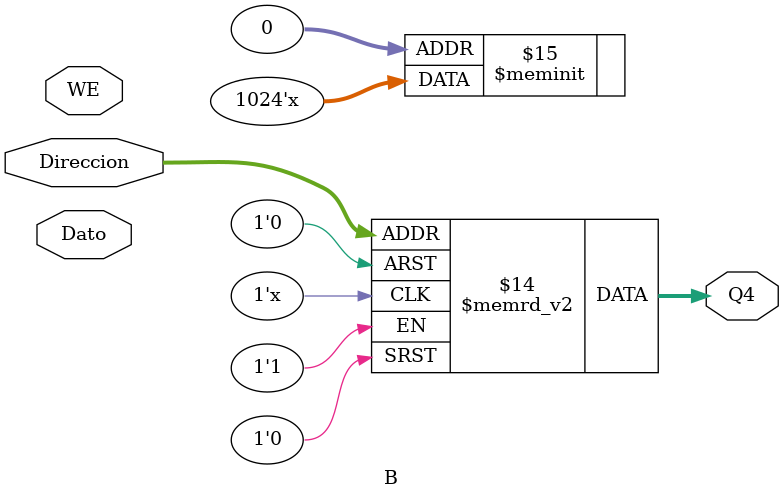
<source format=v>
`timescale 1ns/1ns

module B (
    input [4:0] Direccion,   // Dirección de escritura/lectura
    input [31:0] Dato,       // Dato a escribir
    input WE,                // Señal de escritura
    output reg [31:0] Q4     // Salida del dato leído
);  
    reg [31:0] Mem1 [0:31];   // Memoria de 32 registros de 32 bits

    // Inicialización opcional de la memoria
    initial begin
        Mem1[0] = 32'd1; // Inicializar Mem1[0]
        Mem1[1] = 32'd2; // Inicializar Mem1[1]
        Mem1[2] = 32'd3; // Inicializar Mem1[2]
        Mem1[3] = 32'd4; // Inicializar Mem1[3]
        Mem1[4] = 32'd5; // Inicializar Mem1[4]
        Mem1[5] = 32'd6; // Inicializar Mem1[5]
        Mem1[6] = 32'd7; // Inicializar Mem1[6]
        Mem1[7] = 32'd8; // Inicializar Mem1[7]
        // Puedes añadir más inicializaciones según sea necesario
    end

    always @* begin
        if (WE) begin
            Mem1[Direccion] <= Dato;  // Escritura si WE está activa
        end
        Q4 <= Mem1[Direccion];        // Lectura del dato
    end
endmodule


</source>
